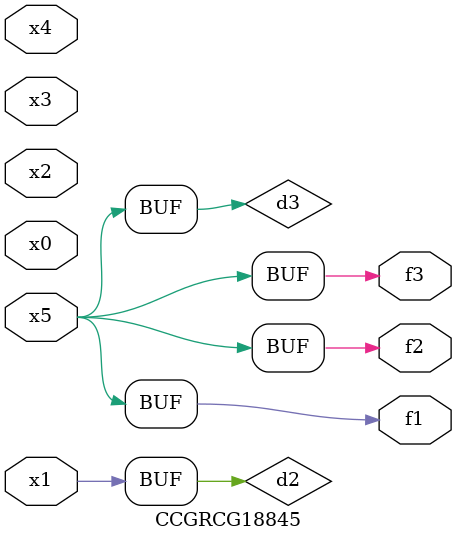
<source format=v>
module CCGRCG18845(
	input x0, x1, x2, x3, x4, x5,
	output f1, f2, f3
);

	wire d1, d2, d3;

	not (d1, x5);
	or (d2, x1);
	xnor (d3, d1);
	assign f1 = d3;
	assign f2 = d3;
	assign f3 = d3;
endmodule

</source>
